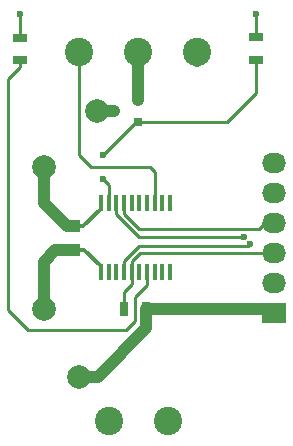
<source format=gbr>
G04 #@! TF.FileFunction,Copper,L2,Bot,Signal*
%FSLAX46Y46*%
G04 Gerber Fmt 4.6, Leading zero omitted, Abs format (unit mm)*
G04 Created by KiCad (PCBNEW 4.0.2-stable) date Fri May 27 18:17:46 2016*
%MOMM*%
G01*
G04 APERTURE LIST*
%ADD10C,0.100000*%
%ADD11R,2.032000X1.727200*%
%ADD12O,2.032000X1.727200*%
%ADD13R,1.250000X1.000000*%
%ADD14R,0.800100X0.800100*%
%ADD15R,1.300000X0.700000*%
%ADD16R,0.700000X1.300000*%
%ADD17C,2.400000*%
%ADD18R,0.450000X1.450000*%
%ADD19C,2.000000*%
%ADD20C,0.600000*%
%ADD21C,0.300000*%
%ADD22C,1.000000*%
%ADD23C,0.250000*%
G04 APERTURE END LIST*
D10*
D11*
X76500000Y-45370000D03*
D12*
X76500000Y-42830000D03*
X76500000Y-40290000D03*
X76500000Y-37750000D03*
X76500000Y-35210000D03*
X76500000Y-32670000D03*
D13*
X59500000Y-38000000D03*
X59500000Y-40000000D03*
D14*
X65000760Y-27300000D03*
X65000760Y-29200000D03*
X63001780Y-28250000D03*
D15*
X75000000Y-22000000D03*
X75000000Y-23900000D03*
X55000000Y-22050000D03*
X55000000Y-23950000D03*
D16*
X63800000Y-45000000D03*
X65700000Y-45000000D03*
D17*
X60000000Y-23250000D03*
X70000000Y-23250000D03*
X65000000Y-23250000D03*
X62500000Y-54500000D03*
X67500000Y-54500000D03*
D18*
X61850000Y-36000000D03*
X62500000Y-36000000D03*
X63150000Y-36000000D03*
X63800000Y-36000000D03*
X64450000Y-36000000D03*
X65100000Y-36000000D03*
X65750000Y-36000000D03*
X66400000Y-36000000D03*
X67050000Y-36000000D03*
X67700000Y-36000000D03*
X67700000Y-41900000D03*
X67050000Y-41900000D03*
X66400000Y-41900000D03*
X65750000Y-41900000D03*
X65100000Y-41900000D03*
X64450000Y-41900000D03*
X63800000Y-41900000D03*
X63150000Y-41900000D03*
X62500000Y-41900000D03*
X61850000Y-41900000D03*
D19*
X57000000Y-45000000D03*
X61500000Y-28250000D03*
X57000000Y-33000000D03*
X60000000Y-50750000D03*
D20*
X75000000Y-20000000D03*
X55000000Y-20000000D03*
X74500000Y-39500000D03*
X62000000Y-32000000D03*
X62000000Y-34000000D03*
X74000000Y-38875010D03*
D21*
X59500000Y-40000000D02*
X60450000Y-40000000D01*
X60450000Y-40000000D02*
X61850000Y-41400000D01*
X61850000Y-41400000D02*
X61850000Y-41900000D01*
D22*
X59500000Y-40000000D02*
X58000000Y-40000000D01*
X58000000Y-40000000D02*
X57000000Y-41000000D01*
X57000000Y-41000000D02*
X57000000Y-45000000D01*
X63001780Y-28250000D02*
X61500000Y-28250000D01*
D21*
X59500000Y-38000000D02*
X60350000Y-38000000D01*
X60350000Y-38000000D02*
X61850000Y-36500000D01*
X61850000Y-36500000D02*
X61850000Y-36000000D01*
D22*
X59500000Y-38000000D02*
X59000000Y-38000000D01*
X59000000Y-38000000D02*
X57000000Y-36000000D01*
X57000000Y-36000000D02*
X57000000Y-33000000D01*
X65700000Y-45000000D02*
X65700000Y-46650000D01*
X65700000Y-46650000D02*
X61600000Y-50750000D01*
X61600000Y-50750000D02*
X61414213Y-50750000D01*
X61414213Y-50750000D02*
X60000000Y-50750000D01*
X65700000Y-45000000D02*
X76170000Y-45000000D01*
X76170000Y-45000000D02*
X76500000Y-45330000D01*
D23*
X75000000Y-20000000D02*
X75000000Y-22000000D01*
X55000000Y-20000000D02*
X55000000Y-22050000D01*
X65100010Y-39624990D02*
X74375010Y-39624990D01*
X74375010Y-39624990D02*
X74500000Y-39500000D01*
X63800000Y-40925000D02*
X65100010Y-39624990D01*
X63800000Y-41900000D02*
X63800000Y-40925000D01*
X63800000Y-40925000D02*
X63875001Y-40849999D01*
X64450000Y-41900000D02*
X64450000Y-42875000D01*
X64450000Y-42875000D02*
X63800000Y-43525000D01*
X63800000Y-43525000D02*
X63800000Y-44100000D01*
X63800000Y-44100000D02*
X63800000Y-45000000D01*
X76500000Y-40250000D02*
X65125000Y-40250000D01*
X65125000Y-40250000D02*
X64450000Y-40925000D01*
X64450000Y-40925000D02*
X64450000Y-41900000D01*
X66400000Y-36000000D02*
X66400000Y-33400000D01*
X66400000Y-33400000D02*
X66000000Y-33000000D01*
X66000000Y-33000000D02*
X61000000Y-33000000D01*
X61000000Y-33000000D02*
X60000000Y-32000000D01*
X60000000Y-32000000D02*
X60000000Y-25017766D01*
X60000000Y-25017766D02*
X60000000Y-23250000D01*
X60000000Y-23250000D02*
X60000000Y-24000000D01*
D22*
X65000760Y-27300000D02*
X65000760Y-25250000D01*
X65000760Y-25250000D02*
X65000760Y-24000760D01*
X65000000Y-23250000D02*
X65000000Y-25249240D01*
X65000000Y-25249240D02*
X65000760Y-25250000D01*
X65000760Y-24000760D02*
X65000000Y-24000000D01*
D23*
X62000000Y-32000000D02*
X64800000Y-29200000D01*
X64800000Y-29200000D02*
X65000760Y-29200000D01*
X62500000Y-36000000D02*
X62500000Y-34500000D01*
X62500000Y-34500000D02*
X62000000Y-34000000D01*
X65000760Y-29249240D02*
X65000760Y-29200000D01*
X65000760Y-29200000D02*
X72550000Y-29200000D01*
X72550000Y-29200000D02*
X75000000Y-26750000D01*
X75000000Y-26750000D02*
X75000000Y-23900000D01*
X65750000Y-41900000D02*
X65750000Y-43000000D01*
X65750000Y-43000000D02*
X64750000Y-44000000D01*
X64750000Y-44000000D02*
X64750000Y-46000000D01*
X64750000Y-46000000D02*
X64000000Y-46750000D01*
X64000000Y-46750000D02*
X55662858Y-46750000D01*
X55662858Y-46750000D02*
X54024999Y-45112141D01*
X54024999Y-25525001D02*
X55000000Y-24550000D01*
X54024999Y-45112141D02*
X54024999Y-25525001D01*
X55000000Y-24550000D02*
X55000000Y-23950000D01*
X55000000Y-24250000D02*
X55000000Y-23950000D01*
D22*
X70000000Y-23250000D02*
X70000000Y-24000000D01*
D23*
X63800000Y-36000000D02*
X63800000Y-36975000D01*
X63800000Y-36975000D02*
X65075000Y-38250000D01*
X65075000Y-38250000D02*
X75211190Y-38250000D01*
X75211190Y-38250000D02*
X76161200Y-37299990D01*
X76161200Y-37299990D02*
X76500000Y-37299990D01*
X65048136Y-38873136D02*
X73998126Y-38873136D01*
X73998126Y-38873136D02*
X74000000Y-38875010D01*
X63150000Y-36000000D02*
X63150000Y-36975000D01*
X63150000Y-36975000D02*
X65048136Y-38873136D01*
M02*

</source>
